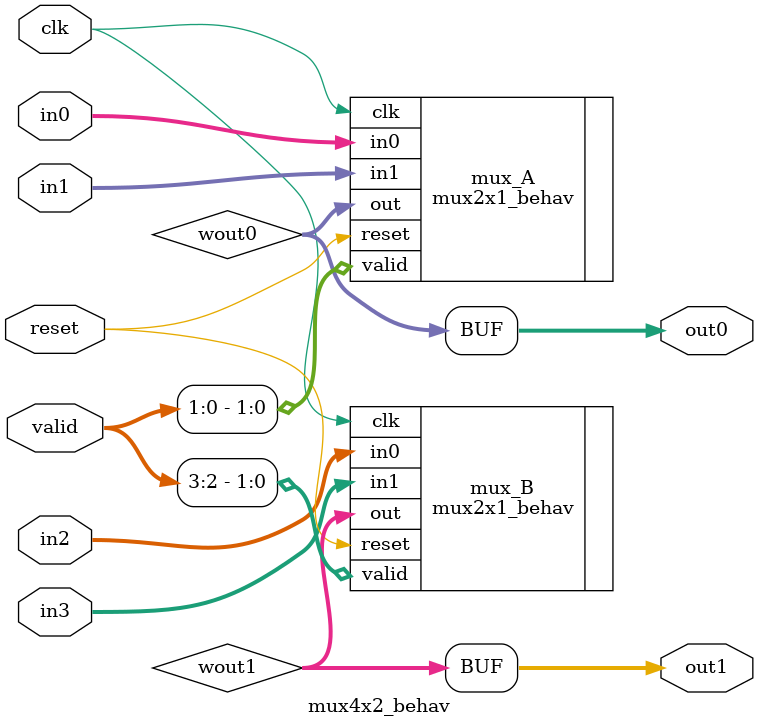
<source format=v>
`timescale 1ns / 1ps

`include "mux2x1_behav.v"

module mux4x2_behav(                	 // starts behavorial module
    
	//INPUTS
	input wire clk,         				// clock in @f
	input wire [7:0] in0,					// datas in with valid at [0] pos
	input wire [7:0] in1,
	input wire [7:0] in2,
	input wire [7:0] in3,
	input wire [3:0] valid,					// valid bits, 4bits, 1 per in
	input reset,							// reset in

    //OUTPUTS
	output reg [7:0] out0,					// data out0
	output reg [7:0] out1					// data out1
 );
    
    //AUXILIARY/INTERNAL NODES
	wire [7:0] wout0;
	wire [7:0] wout1;

// Conection
mux2x1_behav mux_A(				.out(wout0),
								.in0(in0),
                        		.in1(in1),
								.reset(reset),
								.valid(valid[1:0]),
								.clk(clk)
);
 
mux2x1_behav mux_B(				.out(wout1),
								.in0(in2),
                        		.in1(in3),
								.reset(reset),
								.valid(valid[3:2]),
								.clk(clk)
);

//spreading final signal
always @ (*) begin
	out0 <=	wout0;
	out1 <=	wout1;
end

endmodule                               // Mux4x2
</source>
